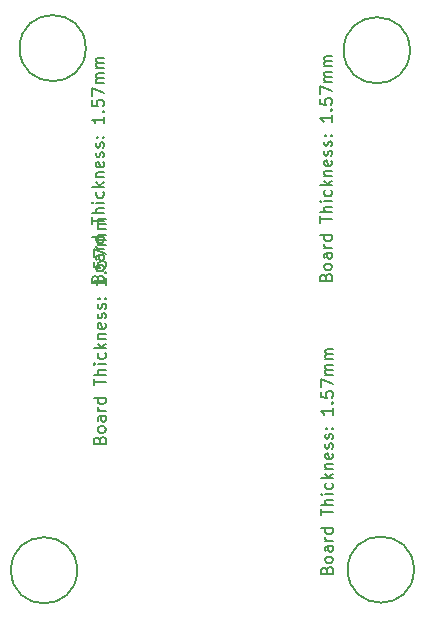
<source format=gbr>
%TF.GenerationSoftware,KiCad,Pcbnew,(6.0.9)*%
%TF.CreationDate,2022-12-23T15:52:03-08:00*%
%TF.ProjectId,pdm_mic_brd,70646d5f-6d69-4635-9f62-72642e6b6963,rev?*%
%TF.SameCoordinates,Original*%
%TF.FileFunction,Other,Comment*%
%FSLAX46Y46*%
G04 Gerber Fmt 4.6, Leading zero omitted, Abs format (unit mm)*
G04 Created by KiCad (PCBNEW (6.0.9)) date 2022-12-23 15:52:03*
%MOMM*%
%LPD*%
G01*
G04 APERTURE LIST*
%ADD10C,0.150000*%
G04 APERTURE END LIST*
D10*
%TO.C,J15*%
X132917071Y-55327476D02*
X132964690Y-55184619D01*
X133012309Y-55137000D01*
X133107547Y-55089380D01*
X133250404Y-55089380D01*
X133345642Y-55137000D01*
X133393261Y-55184619D01*
X133440880Y-55279857D01*
X133440880Y-55660809D01*
X132440880Y-55660809D01*
X132440880Y-55327476D01*
X132488500Y-55232238D01*
X132536119Y-55184619D01*
X132631357Y-55137000D01*
X132726595Y-55137000D01*
X132821833Y-55184619D01*
X132869452Y-55232238D01*
X132917071Y-55327476D01*
X132917071Y-55660809D01*
X133440880Y-54517952D02*
X133393261Y-54613190D01*
X133345642Y-54660809D01*
X133250404Y-54708428D01*
X132964690Y-54708428D01*
X132869452Y-54660809D01*
X132821833Y-54613190D01*
X132774214Y-54517952D01*
X132774214Y-54375095D01*
X132821833Y-54279857D01*
X132869452Y-54232238D01*
X132964690Y-54184619D01*
X133250404Y-54184619D01*
X133345642Y-54232238D01*
X133393261Y-54279857D01*
X133440880Y-54375095D01*
X133440880Y-54517952D01*
X133440880Y-53327476D02*
X132917071Y-53327476D01*
X132821833Y-53375095D01*
X132774214Y-53470333D01*
X132774214Y-53660809D01*
X132821833Y-53756047D01*
X133393261Y-53327476D02*
X133440880Y-53422714D01*
X133440880Y-53660809D01*
X133393261Y-53756047D01*
X133298023Y-53803666D01*
X133202785Y-53803666D01*
X133107547Y-53756047D01*
X133059928Y-53660809D01*
X133059928Y-53422714D01*
X133012309Y-53327476D01*
X133440880Y-52851285D02*
X132774214Y-52851285D01*
X132964690Y-52851285D02*
X132869452Y-52803666D01*
X132821833Y-52756047D01*
X132774214Y-52660809D01*
X132774214Y-52565571D01*
X133440880Y-51803666D02*
X132440880Y-51803666D01*
X133393261Y-51803666D02*
X133440880Y-51898904D01*
X133440880Y-52089380D01*
X133393261Y-52184619D01*
X133345642Y-52232238D01*
X133250404Y-52279857D01*
X132964690Y-52279857D01*
X132869452Y-52232238D01*
X132821833Y-52184619D01*
X132774214Y-52089380D01*
X132774214Y-51898904D01*
X132821833Y-51803666D01*
X132440880Y-50708428D02*
X132440880Y-50137000D01*
X133440880Y-50422714D02*
X132440880Y-50422714D01*
X133440880Y-49803666D02*
X132440880Y-49803666D01*
X133440880Y-49375095D02*
X132917071Y-49375095D01*
X132821833Y-49422714D01*
X132774214Y-49517952D01*
X132774214Y-49660809D01*
X132821833Y-49756047D01*
X132869452Y-49803666D01*
X133440880Y-48898904D02*
X132774214Y-48898904D01*
X132440880Y-48898904D02*
X132488500Y-48946523D01*
X132536119Y-48898904D01*
X132488500Y-48851285D01*
X132440880Y-48898904D01*
X132536119Y-48898904D01*
X133393261Y-47994142D02*
X133440880Y-48089380D01*
X133440880Y-48279857D01*
X133393261Y-48375095D01*
X133345642Y-48422714D01*
X133250404Y-48470333D01*
X132964690Y-48470333D01*
X132869452Y-48422714D01*
X132821833Y-48375095D01*
X132774214Y-48279857D01*
X132774214Y-48089380D01*
X132821833Y-47994142D01*
X133440880Y-47565571D02*
X132440880Y-47565571D01*
X133059928Y-47470333D02*
X133440880Y-47184619D01*
X132774214Y-47184619D02*
X133155166Y-47565571D01*
X132774214Y-46756047D02*
X133440880Y-46756047D01*
X132869452Y-46756047D02*
X132821833Y-46708428D01*
X132774214Y-46613190D01*
X132774214Y-46470333D01*
X132821833Y-46375095D01*
X132917071Y-46327476D01*
X133440880Y-46327476D01*
X133393261Y-45470333D02*
X133440880Y-45565571D01*
X133440880Y-45756047D01*
X133393261Y-45851285D01*
X133298023Y-45898904D01*
X132917071Y-45898904D01*
X132821833Y-45851285D01*
X132774214Y-45756047D01*
X132774214Y-45565571D01*
X132821833Y-45470333D01*
X132917071Y-45422714D01*
X133012309Y-45422714D01*
X133107547Y-45898904D01*
X133393261Y-45041761D02*
X133440880Y-44946523D01*
X133440880Y-44756047D01*
X133393261Y-44660809D01*
X133298023Y-44613190D01*
X133250404Y-44613190D01*
X133155166Y-44660809D01*
X133107547Y-44756047D01*
X133107547Y-44898904D01*
X133059928Y-44994142D01*
X132964690Y-45041761D01*
X132917071Y-45041761D01*
X132821833Y-44994142D01*
X132774214Y-44898904D01*
X132774214Y-44756047D01*
X132821833Y-44660809D01*
X133393261Y-44232238D02*
X133440880Y-44137000D01*
X133440880Y-43946523D01*
X133393261Y-43851285D01*
X133298023Y-43803666D01*
X133250404Y-43803666D01*
X133155166Y-43851285D01*
X133107547Y-43946523D01*
X133107547Y-44089380D01*
X133059928Y-44184619D01*
X132964690Y-44232238D01*
X132917071Y-44232238D01*
X132821833Y-44184619D01*
X132774214Y-44089380D01*
X132774214Y-43946523D01*
X132821833Y-43851285D01*
X133345642Y-43375095D02*
X133393261Y-43327476D01*
X133440880Y-43375095D01*
X133393261Y-43422714D01*
X133345642Y-43375095D01*
X133440880Y-43375095D01*
X132821833Y-43375095D02*
X132869452Y-43327476D01*
X132917071Y-43375095D01*
X132869452Y-43422714D01*
X132821833Y-43375095D01*
X132917071Y-43375095D01*
X133440880Y-41613190D02*
X133440880Y-42184619D01*
X133440880Y-41898904D02*
X132440880Y-41898904D01*
X132583738Y-41994142D01*
X132678976Y-42089380D01*
X132726595Y-42184619D01*
X133345642Y-41184619D02*
X133393261Y-41137000D01*
X133440880Y-41184619D01*
X133393261Y-41232238D01*
X133345642Y-41184619D01*
X133440880Y-41184619D01*
X132440880Y-40232238D02*
X132440880Y-40708428D01*
X132917071Y-40756047D01*
X132869452Y-40708428D01*
X132821833Y-40613190D01*
X132821833Y-40375095D01*
X132869452Y-40279857D01*
X132917071Y-40232238D01*
X133012309Y-40184619D01*
X133250404Y-40184619D01*
X133345642Y-40232238D01*
X133393261Y-40279857D01*
X133440880Y-40375095D01*
X133440880Y-40613190D01*
X133393261Y-40708428D01*
X133345642Y-40756047D01*
X132440880Y-39851285D02*
X132440880Y-39184619D01*
X133440880Y-39613190D01*
X133440880Y-38803666D02*
X132774214Y-38803666D01*
X132869452Y-38803666D02*
X132821833Y-38756047D01*
X132774214Y-38660809D01*
X132774214Y-38517952D01*
X132821833Y-38422714D01*
X132917071Y-38375095D01*
X133440880Y-38375095D01*
X132917071Y-38375095D02*
X132821833Y-38327476D01*
X132774214Y-38232238D01*
X132774214Y-38089380D01*
X132821833Y-37994142D01*
X132917071Y-37946523D01*
X133440880Y-37946523D01*
X133440880Y-37470333D02*
X132774214Y-37470333D01*
X132869452Y-37470333D02*
X132821833Y-37422714D01*
X132774214Y-37327476D01*
X132774214Y-37184619D01*
X132821833Y-37089380D01*
X132917071Y-37041761D01*
X133440880Y-37041761D01*
X132917071Y-37041761D02*
X132821833Y-36994142D01*
X132774214Y-36898904D01*
X132774214Y-36756047D01*
X132821833Y-36660809D01*
X132917071Y-36613190D01*
X133440880Y-36613190D01*
%TO.C,J3*%
X113756571Y-69113476D02*
X113804190Y-68970619D01*
X113851809Y-68923000D01*
X113947047Y-68875380D01*
X114089904Y-68875380D01*
X114185142Y-68923000D01*
X114232761Y-68970619D01*
X114280380Y-69065857D01*
X114280380Y-69446809D01*
X113280380Y-69446809D01*
X113280380Y-69113476D01*
X113328000Y-69018238D01*
X113375619Y-68970619D01*
X113470857Y-68923000D01*
X113566095Y-68923000D01*
X113661333Y-68970619D01*
X113708952Y-69018238D01*
X113756571Y-69113476D01*
X113756571Y-69446809D01*
X114280380Y-68303952D02*
X114232761Y-68399190D01*
X114185142Y-68446809D01*
X114089904Y-68494428D01*
X113804190Y-68494428D01*
X113708952Y-68446809D01*
X113661333Y-68399190D01*
X113613714Y-68303952D01*
X113613714Y-68161095D01*
X113661333Y-68065857D01*
X113708952Y-68018238D01*
X113804190Y-67970619D01*
X114089904Y-67970619D01*
X114185142Y-68018238D01*
X114232761Y-68065857D01*
X114280380Y-68161095D01*
X114280380Y-68303952D01*
X114280380Y-67113476D02*
X113756571Y-67113476D01*
X113661333Y-67161095D01*
X113613714Y-67256333D01*
X113613714Y-67446809D01*
X113661333Y-67542047D01*
X114232761Y-67113476D02*
X114280380Y-67208714D01*
X114280380Y-67446809D01*
X114232761Y-67542047D01*
X114137523Y-67589666D01*
X114042285Y-67589666D01*
X113947047Y-67542047D01*
X113899428Y-67446809D01*
X113899428Y-67208714D01*
X113851809Y-67113476D01*
X114280380Y-66637285D02*
X113613714Y-66637285D01*
X113804190Y-66637285D02*
X113708952Y-66589666D01*
X113661333Y-66542047D01*
X113613714Y-66446809D01*
X113613714Y-66351571D01*
X114280380Y-65589666D02*
X113280380Y-65589666D01*
X114232761Y-65589666D02*
X114280380Y-65684904D01*
X114280380Y-65875380D01*
X114232761Y-65970619D01*
X114185142Y-66018238D01*
X114089904Y-66065857D01*
X113804190Y-66065857D01*
X113708952Y-66018238D01*
X113661333Y-65970619D01*
X113613714Y-65875380D01*
X113613714Y-65684904D01*
X113661333Y-65589666D01*
X113280380Y-64494428D02*
X113280380Y-63923000D01*
X114280380Y-64208714D02*
X113280380Y-64208714D01*
X114280380Y-63589666D02*
X113280380Y-63589666D01*
X114280380Y-63161095D02*
X113756571Y-63161095D01*
X113661333Y-63208714D01*
X113613714Y-63303952D01*
X113613714Y-63446809D01*
X113661333Y-63542047D01*
X113708952Y-63589666D01*
X114280380Y-62684904D02*
X113613714Y-62684904D01*
X113280380Y-62684904D02*
X113328000Y-62732523D01*
X113375619Y-62684904D01*
X113328000Y-62637285D01*
X113280380Y-62684904D01*
X113375619Y-62684904D01*
X114232761Y-61780142D02*
X114280380Y-61875380D01*
X114280380Y-62065857D01*
X114232761Y-62161095D01*
X114185142Y-62208714D01*
X114089904Y-62256333D01*
X113804190Y-62256333D01*
X113708952Y-62208714D01*
X113661333Y-62161095D01*
X113613714Y-62065857D01*
X113613714Y-61875380D01*
X113661333Y-61780142D01*
X114280380Y-61351571D02*
X113280380Y-61351571D01*
X113899428Y-61256333D02*
X114280380Y-60970619D01*
X113613714Y-60970619D02*
X113994666Y-61351571D01*
X113613714Y-60542047D02*
X114280380Y-60542047D01*
X113708952Y-60542047D02*
X113661333Y-60494428D01*
X113613714Y-60399190D01*
X113613714Y-60256333D01*
X113661333Y-60161095D01*
X113756571Y-60113476D01*
X114280380Y-60113476D01*
X114232761Y-59256333D02*
X114280380Y-59351571D01*
X114280380Y-59542047D01*
X114232761Y-59637285D01*
X114137523Y-59684904D01*
X113756571Y-59684904D01*
X113661333Y-59637285D01*
X113613714Y-59542047D01*
X113613714Y-59351571D01*
X113661333Y-59256333D01*
X113756571Y-59208714D01*
X113851809Y-59208714D01*
X113947047Y-59684904D01*
X114232761Y-58827761D02*
X114280380Y-58732523D01*
X114280380Y-58542047D01*
X114232761Y-58446809D01*
X114137523Y-58399190D01*
X114089904Y-58399190D01*
X113994666Y-58446809D01*
X113947047Y-58542047D01*
X113947047Y-58684904D01*
X113899428Y-58780142D01*
X113804190Y-58827761D01*
X113756571Y-58827761D01*
X113661333Y-58780142D01*
X113613714Y-58684904D01*
X113613714Y-58542047D01*
X113661333Y-58446809D01*
X114232761Y-58018238D02*
X114280380Y-57923000D01*
X114280380Y-57732523D01*
X114232761Y-57637285D01*
X114137523Y-57589666D01*
X114089904Y-57589666D01*
X113994666Y-57637285D01*
X113947047Y-57732523D01*
X113947047Y-57875380D01*
X113899428Y-57970619D01*
X113804190Y-58018238D01*
X113756571Y-58018238D01*
X113661333Y-57970619D01*
X113613714Y-57875380D01*
X113613714Y-57732523D01*
X113661333Y-57637285D01*
X114185142Y-57161095D02*
X114232761Y-57113476D01*
X114280380Y-57161095D01*
X114232761Y-57208714D01*
X114185142Y-57161095D01*
X114280380Y-57161095D01*
X113661333Y-57161095D02*
X113708952Y-57113476D01*
X113756571Y-57161095D01*
X113708952Y-57208714D01*
X113661333Y-57161095D01*
X113756571Y-57161095D01*
X114280380Y-55399190D02*
X114280380Y-55970619D01*
X114280380Y-55684904D02*
X113280380Y-55684904D01*
X113423238Y-55780142D01*
X113518476Y-55875380D01*
X113566095Y-55970619D01*
X114185142Y-54970619D02*
X114232761Y-54923000D01*
X114280380Y-54970619D01*
X114232761Y-55018238D01*
X114185142Y-54970619D01*
X114280380Y-54970619D01*
X113280380Y-54018238D02*
X113280380Y-54494428D01*
X113756571Y-54542047D01*
X113708952Y-54494428D01*
X113661333Y-54399190D01*
X113661333Y-54161095D01*
X113708952Y-54065857D01*
X113756571Y-54018238D01*
X113851809Y-53970619D01*
X114089904Y-53970619D01*
X114185142Y-54018238D01*
X114232761Y-54065857D01*
X114280380Y-54161095D01*
X114280380Y-54399190D01*
X114232761Y-54494428D01*
X114185142Y-54542047D01*
X113280380Y-53637285D02*
X113280380Y-52970619D01*
X114280380Y-53399190D01*
X114280380Y-52589666D02*
X113613714Y-52589666D01*
X113708952Y-52589666D02*
X113661333Y-52542047D01*
X113613714Y-52446809D01*
X113613714Y-52303952D01*
X113661333Y-52208714D01*
X113756571Y-52161095D01*
X114280380Y-52161095D01*
X113756571Y-52161095D02*
X113661333Y-52113476D01*
X113613714Y-52018238D01*
X113613714Y-51875380D01*
X113661333Y-51780142D01*
X113756571Y-51732523D01*
X114280380Y-51732523D01*
X114280380Y-51256333D02*
X113613714Y-51256333D01*
X113708952Y-51256333D02*
X113661333Y-51208714D01*
X113613714Y-51113476D01*
X113613714Y-50970619D01*
X113661333Y-50875380D01*
X113756571Y-50827761D01*
X114280380Y-50827761D01*
X113756571Y-50827761D02*
X113661333Y-50780142D01*
X113613714Y-50684904D01*
X113613714Y-50542047D01*
X113661333Y-50446809D01*
X113756571Y-50399190D01*
X114280380Y-50399190D01*
%TO.C,J14*%
X132986571Y-80132476D02*
X133034190Y-79989619D01*
X133081809Y-79942000D01*
X133177047Y-79894380D01*
X133319904Y-79894380D01*
X133415142Y-79942000D01*
X133462761Y-79989619D01*
X133510380Y-80084857D01*
X133510380Y-80465809D01*
X132510380Y-80465809D01*
X132510380Y-80132476D01*
X132558000Y-80037238D01*
X132605619Y-79989619D01*
X132700857Y-79942000D01*
X132796095Y-79942000D01*
X132891333Y-79989619D01*
X132938952Y-80037238D01*
X132986571Y-80132476D01*
X132986571Y-80465809D01*
X133510380Y-79322952D02*
X133462761Y-79418190D01*
X133415142Y-79465809D01*
X133319904Y-79513428D01*
X133034190Y-79513428D01*
X132938952Y-79465809D01*
X132891333Y-79418190D01*
X132843714Y-79322952D01*
X132843714Y-79180095D01*
X132891333Y-79084857D01*
X132938952Y-79037238D01*
X133034190Y-78989619D01*
X133319904Y-78989619D01*
X133415142Y-79037238D01*
X133462761Y-79084857D01*
X133510380Y-79180095D01*
X133510380Y-79322952D01*
X133510380Y-78132476D02*
X132986571Y-78132476D01*
X132891333Y-78180095D01*
X132843714Y-78275333D01*
X132843714Y-78465809D01*
X132891333Y-78561047D01*
X133462761Y-78132476D02*
X133510380Y-78227714D01*
X133510380Y-78465809D01*
X133462761Y-78561047D01*
X133367523Y-78608666D01*
X133272285Y-78608666D01*
X133177047Y-78561047D01*
X133129428Y-78465809D01*
X133129428Y-78227714D01*
X133081809Y-78132476D01*
X133510380Y-77656285D02*
X132843714Y-77656285D01*
X133034190Y-77656285D02*
X132938952Y-77608666D01*
X132891333Y-77561047D01*
X132843714Y-77465809D01*
X132843714Y-77370571D01*
X133510380Y-76608666D02*
X132510380Y-76608666D01*
X133462761Y-76608666D02*
X133510380Y-76703904D01*
X133510380Y-76894380D01*
X133462761Y-76989619D01*
X133415142Y-77037238D01*
X133319904Y-77084857D01*
X133034190Y-77084857D01*
X132938952Y-77037238D01*
X132891333Y-76989619D01*
X132843714Y-76894380D01*
X132843714Y-76703904D01*
X132891333Y-76608666D01*
X132510380Y-75513428D02*
X132510380Y-74942000D01*
X133510380Y-75227714D02*
X132510380Y-75227714D01*
X133510380Y-74608666D02*
X132510380Y-74608666D01*
X133510380Y-74180095D02*
X132986571Y-74180095D01*
X132891333Y-74227714D01*
X132843714Y-74322952D01*
X132843714Y-74465809D01*
X132891333Y-74561047D01*
X132938952Y-74608666D01*
X133510380Y-73703904D02*
X132843714Y-73703904D01*
X132510380Y-73703904D02*
X132558000Y-73751523D01*
X132605619Y-73703904D01*
X132558000Y-73656285D01*
X132510380Y-73703904D01*
X132605619Y-73703904D01*
X133462761Y-72799142D02*
X133510380Y-72894380D01*
X133510380Y-73084857D01*
X133462761Y-73180095D01*
X133415142Y-73227714D01*
X133319904Y-73275333D01*
X133034190Y-73275333D01*
X132938952Y-73227714D01*
X132891333Y-73180095D01*
X132843714Y-73084857D01*
X132843714Y-72894380D01*
X132891333Y-72799142D01*
X133510380Y-72370571D02*
X132510380Y-72370571D01*
X133129428Y-72275333D02*
X133510380Y-71989619D01*
X132843714Y-71989619D02*
X133224666Y-72370571D01*
X132843714Y-71561047D02*
X133510380Y-71561047D01*
X132938952Y-71561047D02*
X132891333Y-71513428D01*
X132843714Y-71418190D01*
X132843714Y-71275333D01*
X132891333Y-71180095D01*
X132986571Y-71132476D01*
X133510380Y-71132476D01*
X133462761Y-70275333D02*
X133510380Y-70370571D01*
X133510380Y-70561047D01*
X133462761Y-70656285D01*
X133367523Y-70703904D01*
X132986571Y-70703904D01*
X132891333Y-70656285D01*
X132843714Y-70561047D01*
X132843714Y-70370571D01*
X132891333Y-70275333D01*
X132986571Y-70227714D01*
X133081809Y-70227714D01*
X133177047Y-70703904D01*
X133462761Y-69846761D02*
X133510380Y-69751523D01*
X133510380Y-69561047D01*
X133462761Y-69465809D01*
X133367523Y-69418190D01*
X133319904Y-69418190D01*
X133224666Y-69465809D01*
X133177047Y-69561047D01*
X133177047Y-69703904D01*
X133129428Y-69799142D01*
X133034190Y-69846761D01*
X132986571Y-69846761D01*
X132891333Y-69799142D01*
X132843714Y-69703904D01*
X132843714Y-69561047D01*
X132891333Y-69465809D01*
X133462761Y-69037238D02*
X133510380Y-68942000D01*
X133510380Y-68751523D01*
X133462761Y-68656285D01*
X133367523Y-68608666D01*
X133319904Y-68608666D01*
X133224666Y-68656285D01*
X133177047Y-68751523D01*
X133177047Y-68894380D01*
X133129428Y-68989619D01*
X133034190Y-69037238D01*
X132986571Y-69037238D01*
X132891333Y-68989619D01*
X132843714Y-68894380D01*
X132843714Y-68751523D01*
X132891333Y-68656285D01*
X133415142Y-68180095D02*
X133462761Y-68132476D01*
X133510380Y-68180095D01*
X133462761Y-68227714D01*
X133415142Y-68180095D01*
X133510380Y-68180095D01*
X132891333Y-68180095D02*
X132938952Y-68132476D01*
X132986571Y-68180095D01*
X132938952Y-68227714D01*
X132891333Y-68180095D01*
X132986571Y-68180095D01*
X133510380Y-66418190D02*
X133510380Y-66989619D01*
X133510380Y-66703904D02*
X132510380Y-66703904D01*
X132653238Y-66799142D01*
X132748476Y-66894380D01*
X132796095Y-66989619D01*
X133415142Y-65989619D02*
X133462761Y-65942000D01*
X133510380Y-65989619D01*
X133462761Y-66037238D01*
X133415142Y-65989619D01*
X133510380Y-65989619D01*
X132510380Y-65037238D02*
X132510380Y-65513428D01*
X132986571Y-65561047D01*
X132938952Y-65513428D01*
X132891333Y-65418190D01*
X132891333Y-65180095D01*
X132938952Y-65084857D01*
X132986571Y-65037238D01*
X133081809Y-64989619D01*
X133319904Y-64989619D01*
X133415142Y-65037238D01*
X133462761Y-65084857D01*
X133510380Y-65180095D01*
X133510380Y-65418190D01*
X133462761Y-65513428D01*
X133415142Y-65561047D01*
X132510380Y-64656285D02*
X132510380Y-63989619D01*
X133510380Y-64418190D01*
X133510380Y-63608666D02*
X132843714Y-63608666D01*
X132938952Y-63608666D02*
X132891333Y-63561047D01*
X132843714Y-63465809D01*
X132843714Y-63322952D01*
X132891333Y-63227714D01*
X132986571Y-63180095D01*
X133510380Y-63180095D01*
X132986571Y-63180095D02*
X132891333Y-63132476D01*
X132843714Y-63037238D01*
X132843714Y-62894380D01*
X132891333Y-62799142D01*
X132986571Y-62751523D01*
X133510380Y-62751523D01*
X133510380Y-62275333D02*
X132843714Y-62275333D01*
X132938952Y-62275333D02*
X132891333Y-62227714D01*
X132843714Y-62132476D01*
X132843714Y-61989619D01*
X132891333Y-61894380D01*
X132986571Y-61846761D01*
X133510380Y-61846761D01*
X132986571Y-61846761D02*
X132891333Y-61799142D01*
X132843714Y-61703904D01*
X132843714Y-61561047D01*
X132891333Y-61465809D01*
X132986571Y-61418190D01*
X133510380Y-61418190D01*
%TO.C,J4*%
X113600571Y-55456476D02*
X113648190Y-55313619D01*
X113695809Y-55266000D01*
X113791047Y-55218380D01*
X113933904Y-55218380D01*
X114029142Y-55266000D01*
X114076761Y-55313619D01*
X114124380Y-55408857D01*
X114124380Y-55789809D01*
X113124380Y-55789809D01*
X113124380Y-55456476D01*
X113172000Y-55361238D01*
X113219619Y-55313619D01*
X113314857Y-55266000D01*
X113410095Y-55266000D01*
X113505333Y-55313619D01*
X113552952Y-55361238D01*
X113600571Y-55456476D01*
X113600571Y-55789809D01*
X114124380Y-54646952D02*
X114076761Y-54742190D01*
X114029142Y-54789809D01*
X113933904Y-54837428D01*
X113648190Y-54837428D01*
X113552952Y-54789809D01*
X113505333Y-54742190D01*
X113457714Y-54646952D01*
X113457714Y-54504095D01*
X113505333Y-54408857D01*
X113552952Y-54361238D01*
X113648190Y-54313619D01*
X113933904Y-54313619D01*
X114029142Y-54361238D01*
X114076761Y-54408857D01*
X114124380Y-54504095D01*
X114124380Y-54646952D01*
X114124380Y-53456476D02*
X113600571Y-53456476D01*
X113505333Y-53504095D01*
X113457714Y-53599333D01*
X113457714Y-53789809D01*
X113505333Y-53885047D01*
X114076761Y-53456476D02*
X114124380Y-53551714D01*
X114124380Y-53789809D01*
X114076761Y-53885047D01*
X113981523Y-53932666D01*
X113886285Y-53932666D01*
X113791047Y-53885047D01*
X113743428Y-53789809D01*
X113743428Y-53551714D01*
X113695809Y-53456476D01*
X114124380Y-52980285D02*
X113457714Y-52980285D01*
X113648190Y-52980285D02*
X113552952Y-52932666D01*
X113505333Y-52885047D01*
X113457714Y-52789809D01*
X113457714Y-52694571D01*
X114124380Y-51932666D02*
X113124380Y-51932666D01*
X114076761Y-51932666D02*
X114124380Y-52027904D01*
X114124380Y-52218380D01*
X114076761Y-52313619D01*
X114029142Y-52361238D01*
X113933904Y-52408857D01*
X113648190Y-52408857D01*
X113552952Y-52361238D01*
X113505333Y-52313619D01*
X113457714Y-52218380D01*
X113457714Y-52027904D01*
X113505333Y-51932666D01*
X113124380Y-50837428D02*
X113124380Y-50266000D01*
X114124380Y-50551714D02*
X113124380Y-50551714D01*
X114124380Y-49932666D02*
X113124380Y-49932666D01*
X114124380Y-49504095D02*
X113600571Y-49504095D01*
X113505333Y-49551714D01*
X113457714Y-49646952D01*
X113457714Y-49789809D01*
X113505333Y-49885047D01*
X113552952Y-49932666D01*
X114124380Y-49027904D02*
X113457714Y-49027904D01*
X113124380Y-49027904D02*
X113172000Y-49075523D01*
X113219619Y-49027904D01*
X113172000Y-48980285D01*
X113124380Y-49027904D01*
X113219619Y-49027904D01*
X114076761Y-48123142D02*
X114124380Y-48218380D01*
X114124380Y-48408857D01*
X114076761Y-48504095D01*
X114029142Y-48551714D01*
X113933904Y-48599333D01*
X113648190Y-48599333D01*
X113552952Y-48551714D01*
X113505333Y-48504095D01*
X113457714Y-48408857D01*
X113457714Y-48218380D01*
X113505333Y-48123142D01*
X114124380Y-47694571D02*
X113124380Y-47694571D01*
X113743428Y-47599333D02*
X114124380Y-47313619D01*
X113457714Y-47313619D02*
X113838666Y-47694571D01*
X113457714Y-46885047D02*
X114124380Y-46885047D01*
X113552952Y-46885047D02*
X113505333Y-46837428D01*
X113457714Y-46742190D01*
X113457714Y-46599333D01*
X113505333Y-46504095D01*
X113600571Y-46456476D01*
X114124380Y-46456476D01*
X114076761Y-45599333D02*
X114124380Y-45694571D01*
X114124380Y-45885047D01*
X114076761Y-45980285D01*
X113981523Y-46027904D01*
X113600571Y-46027904D01*
X113505333Y-45980285D01*
X113457714Y-45885047D01*
X113457714Y-45694571D01*
X113505333Y-45599333D01*
X113600571Y-45551714D01*
X113695809Y-45551714D01*
X113791047Y-46027904D01*
X114076761Y-45170761D02*
X114124380Y-45075523D01*
X114124380Y-44885047D01*
X114076761Y-44789809D01*
X113981523Y-44742190D01*
X113933904Y-44742190D01*
X113838666Y-44789809D01*
X113791047Y-44885047D01*
X113791047Y-45027904D01*
X113743428Y-45123142D01*
X113648190Y-45170761D01*
X113600571Y-45170761D01*
X113505333Y-45123142D01*
X113457714Y-45027904D01*
X113457714Y-44885047D01*
X113505333Y-44789809D01*
X114076761Y-44361238D02*
X114124380Y-44266000D01*
X114124380Y-44075523D01*
X114076761Y-43980285D01*
X113981523Y-43932666D01*
X113933904Y-43932666D01*
X113838666Y-43980285D01*
X113791047Y-44075523D01*
X113791047Y-44218380D01*
X113743428Y-44313619D01*
X113648190Y-44361238D01*
X113600571Y-44361238D01*
X113505333Y-44313619D01*
X113457714Y-44218380D01*
X113457714Y-44075523D01*
X113505333Y-43980285D01*
X114029142Y-43504095D02*
X114076761Y-43456476D01*
X114124380Y-43504095D01*
X114076761Y-43551714D01*
X114029142Y-43504095D01*
X114124380Y-43504095D01*
X113505333Y-43504095D02*
X113552952Y-43456476D01*
X113600571Y-43504095D01*
X113552952Y-43551714D01*
X113505333Y-43504095D01*
X113600571Y-43504095D01*
X114124380Y-41742190D02*
X114124380Y-42313619D01*
X114124380Y-42027904D02*
X113124380Y-42027904D01*
X113267238Y-42123142D01*
X113362476Y-42218380D01*
X113410095Y-42313619D01*
X114029142Y-41313619D02*
X114076761Y-41266000D01*
X114124380Y-41313619D01*
X114076761Y-41361238D01*
X114029142Y-41313619D01*
X114124380Y-41313619D01*
X113124380Y-40361238D02*
X113124380Y-40837428D01*
X113600571Y-40885047D01*
X113552952Y-40837428D01*
X113505333Y-40742190D01*
X113505333Y-40504095D01*
X113552952Y-40408857D01*
X113600571Y-40361238D01*
X113695809Y-40313619D01*
X113933904Y-40313619D01*
X114029142Y-40361238D01*
X114076761Y-40408857D01*
X114124380Y-40504095D01*
X114124380Y-40742190D01*
X114076761Y-40837428D01*
X114029142Y-40885047D01*
X113124380Y-39980285D02*
X113124380Y-39313619D01*
X114124380Y-39742190D01*
X114124380Y-38932666D02*
X113457714Y-38932666D01*
X113552952Y-38932666D02*
X113505333Y-38885047D01*
X113457714Y-38789809D01*
X113457714Y-38646952D01*
X113505333Y-38551714D01*
X113600571Y-38504095D01*
X114124380Y-38504095D01*
X113600571Y-38504095D02*
X113505333Y-38456476D01*
X113457714Y-38361238D01*
X113457714Y-38218380D01*
X113505333Y-38123142D01*
X113600571Y-38075523D01*
X114124380Y-38075523D01*
X114124380Y-37599333D02*
X113457714Y-37599333D01*
X113552952Y-37599333D02*
X113505333Y-37551714D01*
X113457714Y-37456476D01*
X113457714Y-37313619D01*
X113505333Y-37218380D01*
X113600571Y-37170761D01*
X114124380Y-37170761D01*
X113600571Y-37170761D02*
X113505333Y-37123142D01*
X113457714Y-37027904D01*
X113457714Y-36885047D01*
X113505333Y-36789809D01*
X113600571Y-36742190D01*
X114124380Y-36742190D01*
%TO.C,H4*%
X140038000Y-36127000D02*
G75*
G03*
X140038000Y-36127000I-2800000J0D01*
G01*
%TO.C,H1*%
X112592000Y-35945000D02*
G75*
G03*
X112592000Y-35945000I-2800000J0D01*
G01*
%TO.C,H3*%
X140376000Y-80097000D02*
G75*
G03*
X140376000Y-80097000I-2800000J0D01*
G01*
%TO.C,H2*%
X111864000Y-80154000D02*
G75*
G03*
X111864000Y-80154000I-2800000J0D01*
G01*
%TD*%
M02*

</source>
